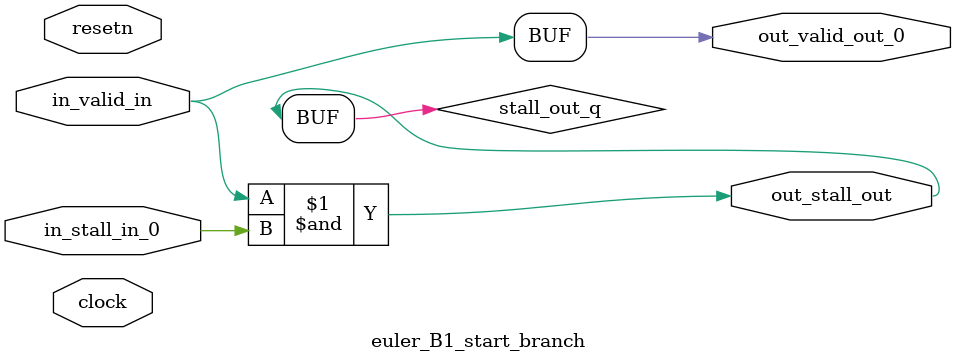
<source format=sv>



(* altera_attribute = "-name AUTO_SHIFT_REGISTER_RECOGNITION OFF; -name MESSAGE_DISABLE 10036; -name MESSAGE_DISABLE 10037; -name MESSAGE_DISABLE 14130; -name MESSAGE_DISABLE 14320; -name MESSAGE_DISABLE 15400; -name MESSAGE_DISABLE 14130; -name MESSAGE_DISABLE 10036; -name MESSAGE_DISABLE 12020; -name MESSAGE_DISABLE 12030; -name MESSAGE_DISABLE 12010; -name MESSAGE_DISABLE 12110; -name MESSAGE_DISABLE 14320; -name MESSAGE_DISABLE 13410; -name MESSAGE_DISABLE 113007; -name MESSAGE_DISABLE 10958" *)
module euler_B1_start_branch (
    input wire [0:0] in_stall_in_0,
    input wire [0:0] in_valid_in,
    output wire [0:0] out_stall_out,
    output wire [0:0] out_valid_out_0,
    input wire clock,
    input wire resetn
    );

    wire [0:0] stall_out_q;


    // stall_out(LOGICAL,6)
    assign stall_out_q = in_valid_in & in_stall_in_0;

    // out_stall_out(GPOUT,4)
    assign out_stall_out = stall_out_q;

    // out_valid_out_0(GPOUT,5)
    assign out_valid_out_0 = in_valid_in;

endmodule

</source>
